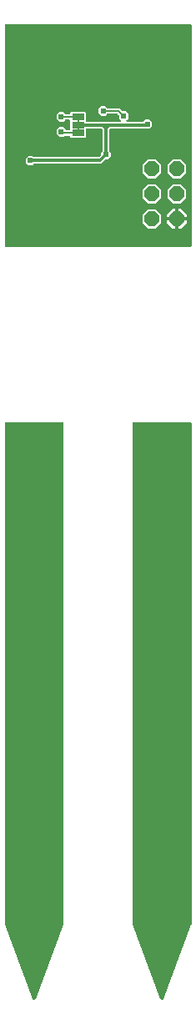
<source format=gbr>
G04 EAGLE Gerber RS-274X export*
G75*
%MOMM*%
%FSLAX34Y34*%
%LPD*%
%AMOC8*
5,1,8,0,0,1.08239X$1,22.5*%
G01*
%ADD10P,1.677704X8X292.500000*%
%ADD11R,1.270000X0.635000*%
%ADD12C,0.203200*%
%ADD13C,1.219200*%
%ADD14C,2.000000*%
%ADD15C,0.609600*%
%ADD16C,0.304800*%

G36*
X194006Y769127D02*
X194006Y769127D01*
X194108Y769135D01*
X194136Y769147D01*
X194167Y769152D01*
X194259Y769196D01*
X194355Y769234D01*
X194378Y769254D01*
X194406Y769267D01*
X194481Y769337D01*
X194561Y769402D01*
X194578Y769428D01*
X194600Y769449D01*
X194651Y769538D01*
X194708Y769623D01*
X194714Y769647D01*
X194732Y769679D01*
X194790Y769939D01*
X194787Y769977D01*
X194792Y770000D01*
X194792Y993904D01*
X194777Y994006D01*
X194769Y994108D01*
X194757Y994136D01*
X194752Y994167D01*
X194708Y994259D01*
X194670Y994355D01*
X194650Y994378D01*
X194637Y994406D01*
X194567Y994481D01*
X194502Y994561D01*
X194476Y994578D01*
X194455Y994600D01*
X194366Y994651D01*
X194281Y994708D01*
X194257Y994714D01*
X194225Y994732D01*
X193965Y994790D01*
X193927Y994787D01*
X193904Y994792D01*
X6096Y994792D01*
X5994Y994777D01*
X5892Y994769D01*
X5864Y994757D01*
X5833Y994752D01*
X5741Y994708D01*
X5645Y994670D01*
X5622Y994650D01*
X5594Y994637D01*
X5519Y994567D01*
X5439Y994502D01*
X5422Y994476D01*
X5400Y994455D01*
X5349Y994366D01*
X5292Y994281D01*
X5286Y994257D01*
X5268Y994225D01*
X5210Y993965D01*
X5213Y993927D01*
X5208Y993904D01*
X5208Y770000D01*
X5223Y769898D01*
X5231Y769796D01*
X5243Y769768D01*
X5248Y769737D01*
X5292Y769645D01*
X5330Y769549D01*
X5350Y769526D01*
X5363Y769498D01*
X5433Y769423D01*
X5498Y769343D01*
X5524Y769326D01*
X5545Y769304D01*
X5634Y769253D01*
X5719Y769196D01*
X5743Y769190D01*
X5775Y769172D01*
X6035Y769114D01*
X6073Y769117D01*
X6096Y769112D01*
X193904Y769112D01*
X194006Y769127D01*
G37*
G36*
X35852Y5219D02*
X35852Y5219D01*
X35929Y5221D01*
X35982Y5239D01*
X36038Y5248D01*
X36108Y5281D01*
X36181Y5305D01*
X36227Y5339D01*
X36278Y5363D01*
X36334Y5416D01*
X36396Y5461D01*
X36419Y5495D01*
X36472Y5545D01*
X36604Y5775D01*
X36605Y5781D01*
X36607Y5784D01*
X64736Y80794D01*
X64791Y81054D01*
X64788Y81085D01*
X64792Y81105D01*
X64792Y590000D01*
X64777Y590102D01*
X64769Y590204D01*
X64757Y590232D01*
X64752Y590263D01*
X64708Y590355D01*
X64670Y590451D01*
X64650Y590474D01*
X64637Y590502D01*
X64567Y590577D01*
X64502Y590657D01*
X64476Y590674D01*
X64455Y590696D01*
X64366Y590747D01*
X64281Y590804D01*
X64257Y590810D01*
X64225Y590828D01*
X63965Y590886D01*
X63927Y590883D01*
X63904Y590888D01*
X6096Y590888D01*
X5994Y590873D01*
X5892Y590865D01*
X5864Y590853D01*
X5833Y590848D01*
X5741Y590804D01*
X5645Y590766D01*
X5622Y590746D01*
X5594Y590733D01*
X5519Y590663D01*
X5439Y590598D01*
X5422Y590572D01*
X5400Y590551D01*
X5349Y590462D01*
X5292Y590377D01*
X5286Y590353D01*
X5268Y590321D01*
X5210Y590061D01*
X5213Y590023D01*
X5208Y590000D01*
X5208Y81105D01*
X5248Y80843D01*
X5261Y80814D01*
X5264Y80794D01*
X33393Y5784D01*
X33430Y5717D01*
X33459Y5645D01*
X33495Y5601D01*
X33522Y5552D01*
X33578Y5499D01*
X33627Y5439D01*
X33674Y5408D01*
X33715Y5369D01*
X33784Y5334D01*
X33848Y5292D01*
X33888Y5283D01*
X33953Y5250D01*
X34215Y5208D01*
X34221Y5209D01*
X34225Y5208D01*
X35775Y5208D01*
X35852Y5219D01*
G37*
G36*
X165852Y5219D02*
X165852Y5219D01*
X165929Y5221D01*
X165982Y5239D01*
X166038Y5248D01*
X166108Y5281D01*
X166181Y5305D01*
X166227Y5339D01*
X166278Y5363D01*
X166334Y5416D01*
X166396Y5461D01*
X166419Y5495D01*
X166472Y5545D01*
X166604Y5775D01*
X166605Y5781D01*
X166607Y5784D01*
X194736Y80794D01*
X194791Y81054D01*
X194788Y81085D01*
X194792Y81105D01*
X194792Y590000D01*
X194777Y590102D01*
X194769Y590204D01*
X194757Y590232D01*
X194752Y590263D01*
X194708Y590355D01*
X194670Y590451D01*
X194650Y590474D01*
X194637Y590502D01*
X194567Y590577D01*
X194502Y590657D01*
X194476Y590674D01*
X194455Y590696D01*
X194366Y590747D01*
X194281Y590804D01*
X194257Y590810D01*
X194225Y590828D01*
X193965Y590886D01*
X193927Y590883D01*
X193904Y590888D01*
X136096Y590888D01*
X135994Y590873D01*
X135892Y590865D01*
X135864Y590853D01*
X135833Y590848D01*
X135741Y590804D01*
X135645Y590766D01*
X135622Y590746D01*
X135594Y590733D01*
X135519Y590663D01*
X135439Y590598D01*
X135422Y590572D01*
X135400Y590551D01*
X135349Y590462D01*
X135292Y590377D01*
X135286Y590353D01*
X135268Y590321D01*
X135210Y590061D01*
X135213Y590023D01*
X135208Y590000D01*
X135208Y81105D01*
X135248Y80843D01*
X135261Y80814D01*
X135264Y80794D01*
X163393Y5784D01*
X163430Y5717D01*
X163459Y5645D01*
X163495Y5601D01*
X163522Y5552D01*
X163578Y5499D01*
X163627Y5439D01*
X163674Y5408D01*
X163715Y5369D01*
X163784Y5334D01*
X163848Y5292D01*
X163888Y5283D01*
X163953Y5250D01*
X164215Y5208D01*
X164221Y5209D01*
X164225Y5208D01*
X165775Y5208D01*
X165852Y5219D01*
G37*
%LPC*%
G36*
X29243Y851661D02*
X29243Y851661D01*
X26415Y854489D01*
X26415Y858487D01*
X29243Y861315D01*
X33241Y861315D01*
X34505Y860051D01*
X34522Y860038D01*
X34535Y860022D01*
X34629Y859960D01*
X34719Y859893D01*
X34739Y859886D01*
X34756Y859875D01*
X34801Y859865D01*
X34970Y859806D01*
X35083Y859802D01*
X35133Y859791D01*
X100372Y859791D01*
X100393Y859794D01*
X100414Y859792D01*
X100524Y859814D01*
X100635Y859831D01*
X100654Y859840D01*
X100674Y859844D01*
X100713Y859868D01*
X100874Y859946D01*
X100957Y860023D01*
X101000Y860051D01*
X102863Y861914D01*
X102876Y861931D01*
X102892Y861944D01*
X102954Y862038D01*
X103021Y862128D01*
X103028Y862148D01*
X103039Y862165D01*
X103049Y862210D01*
X103108Y862379D01*
X103112Y862492D01*
X103123Y862542D01*
X103123Y864329D01*
X104387Y865593D01*
X104400Y865610D01*
X104416Y865623D01*
X104478Y865717D01*
X104545Y865807D01*
X104552Y865827D01*
X104563Y865844D01*
X104573Y865889D01*
X104632Y866058D01*
X104636Y866171D01*
X104647Y866221D01*
X104647Y887538D01*
X104644Y887559D01*
X104646Y887580D01*
X104624Y887690D01*
X104607Y887801D01*
X104598Y887820D01*
X104594Y887840D01*
X104570Y887879D01*
X104492Y888040D01*
X104415Y888123D01*
X104387Y888166D01*
X103540Y889013D01*
X103523Y889026D01*
X103510Y889042D01*
X103416Y889104D01*
X103326Y889171D01*
X103306Y889178D01*
X103289Y889189D01*
X103244Y889199D01*
X103075Y889258D01*
X102962Y889262D01*
X102912Y889273D01*
X88737Y889273D01*
X88635Y889258D01*
X88533Y889250D01*
X88505Y889238D01*
X88474Y889233D01*
X88382Y889189D01*
X88286Y889151D01*
X88263Y889131D01*
X88235Y889118D01*
X88160Y889048D01*
X88080Y888983D01*
X88063Y888957D01*
X88041Y888936D01*
X87990Y888847D01*
X87933Y888762D01*
X87927Y888738D01*
X87909Y888706D01*
X87851Y888446D01*
X87854Y888408D01*
X87849Y888385D01*
X87849Y880536D01*
X86807Y879494D01*
X72633Y879494D01*
X71591Y880536D01*
X71591Y880765D01*
X71576Y880867D01*
X71568Y880969D01*
X71556Y880997D01*
X71551Y881028D01*
X71507Y881120D01*
X71469Y881216D01*
X71449Y881239D01*
X71436Y881267D01*
X71366Y881342D01*
X71301Y881422D01*
X71275Y881439D01*
X71254Y881461D01*
X71165Y881512D01*
X71080Y881569D01*
X71056Y881575D01*
X71024Y881593D01*
X70764Y881651D01*
X70726Y881648D01*
X70703Y881653D01*
X65887Y881653D01*
X65867Y881650D01*
X65846Y881652D01*
X65735Y881630D01*
X65624Y881613D01*
X65606Y881604D01*
X65585Y881600D01*
X65546Y881576D01*
X65385Y881498D01*
X65303Y881421D01*
X65259Y881393D01*
X64483Y880617D01*
X60485Y880617D01*
X57657Y883445D01*
X57657Y887443D01*
X60485Y890271D01*
X64483Y890271D01*
X67251Y887503D01*
X67265Y887493D01*
X67275Y887480D01*
X67278Y887479D01*
X67281Y887474D01*
X67375Y887412D01*
X67465Y887345D01*
X67485Y887338D01*
X67502Y887327D01*
X67547Y887317D01*
X67716Y887258D01*
X67829Y887254D01*
X67879Y887243D01*
X70703Y887243D01*
X70805Y887258D01*
X70907Y887266D01*
X70935Y887278D01*
X70966Y887283D01*
X71058Y887327D01*
X71154Y887365D01*
X71177Y887385D01*
X71205Y887398D01*
X71280Y887468D01*
X71360Y887533D01*
X71377Y887559D01*
X71399Y887580D01*
X71450Y887669D01*
X71507Y887754D01*
X71513Y887778D01*
X71531Y887810D01*
X71589Y888070D01*
X71589Y888074D01*
X71589Y888076D01*
X71586Y888109D01*
X71591Y888131D01*
X71591Y897021D01*
X71576Y897123D01*
X71568Y897225D01*
X71556Y897253D01*
X71551Y897284D01*
X71507Y897376D01*
X71469Y897472D01*
X71449Y897495D01*
X71436Y897523D01*
X71366Y897598D01*
X71301Y897678D01*
X71275Y897695D01*
X71254Y897717D01*
X71165Y897768D01*
X71080Y897825D01*
X71056Y897831D01*
X71024Y897849D01*
X70764Y897907D01*
X70726Y897904D01*
X70703Y897909D01*
X66903Y897909D01*
X66883Y897906D01*
X66862Y897908D01*
X66751Y897886D01*
X66640Y897869D01*
X66622Y897860D01*
X66601Y897856D01*
X66562Y897832D01*
X66401Y897754D01*
X66319Y897677D01*
X66275Y897649D01*
X64483Y895857D01*
X60485Y895857D01*
X57657Y898685D01*
X57657Y902683D01*
X60485Y905511D01*
X64483Y905511D01*
X66235Y903759D01*
X66252Y903746D01*
X66265Y903730D01*
X66359Y903668D01*
X66449Y903601D01*
X66469Y903594D01*
X66486Y903583D01*
X66531Y903573D01*
X66700Y903514D01*
X66813Y903510D01*
X66863Y903499D01*
X70703Y903499D01*
X70805Y903514D01*
X70907Y903522D01*
X70935Y903534D01*
X70966Y903539D01*
X71058Y903583D01*
X71154Y903621D01*
X71177Y903641D01*
X71205Y903654D01*
X71280Y903724D01*
X71360Y903789D01*
X71377Y903815D01*
X71399Y903836D01*
X71450Y903925D01*
X71507Y904010D01*
X71513Y904034D01*
X71531Y904066D01*
X71589Y904326D01*
X71586Y904364D01*
X71591Y904387D01*
X71591Y904616D01*
X72633Y905658D01*
X86807Y905658D01*
X87849Y904616D01*
X87849Y896767D01*
X87864Y896665D01*
X87872Y896563D01*
X87884Y896535D01*
X87889Y896504D01*
X87933Y896412D01*
X87971Y896316D01*
X87991Y896293D01*
X88004Y896265D01*
X88074Y896190D01*
X88139Y896110D01*
X88165Y896093D01*
X88186Y896071D01*
X88275Y896020D01*
X88360Y895963D01*
X88384Y895957D01*
X88416Y895939D01*
X88676Y895881D01*
X88714Y895884D01*
X88737Y895879D01*
X122655Y895879D01*
X122706Y895886D01*
X122757Y895885D01*
X122837Y895906D01*
X122918Y895919D01*
X122964Y895941D01*
X123014Y895955D01*
X123083Y895999D01*
X123157Y896034D01*
X123195Y896069D01*
X123238Y896097D01*
X123291Y896160D01*
X123351Y896216D01*
X123377Y896260D01*
X123410Y896300D01*
X123443Y896375D01*
X123483Y896446D01*
X123494Y896497D01*
X123515Y896544D01*
X123523Y896626D01*
X123541Y896706D01*
X123537Y896757D01*
X123542Y896809D01*
X123526Y896889D01*
X123519Y896971D01*
X123500Y897019D01*
X123490Y897069D01*
X123462Y897113D01*
X123420Y897218D01*
X123307Y897357D01*
X123283Y897395D01*
X121189Y899489D01*
X121189Y901994D01*
X121186Y902015D01*
X121188Y902036D01*
X121166Y902146D01*
X121149Y902257D01*
X121140Y902276D01*
X121136Y902297D01*
X121112Y902335D01*
X121034Y902497D01*
X120957Y902579D01*
X120929Y902623D01*
X119827Y903725D01*
X119810Y903738D01*
X119796Y903754D01*
X119703Y903816D01*
X119613Y903883D01*
X119593Y903890D01*
X119575Y903901D01*
X119531Y903911D01*
X119362Y903970D01*
X119249Y903974D01*
X119198Y903985D01*
X109555Y903985D01*
X109535Y903982D01*
X109514Y903984D01*
X109403Y903962D01*
X109292Y903945D01*
X109274Y903936D01*
X109253Y903932D01*
X109214Y903908D01*
X109053Y903830D01*
X108971Y903753D01*
X108927Y903725D01*
X107155Y901953D01*
X103157Y901953D01*
X100329Y904781D01*
X100329Y908779D01*
X103157Y911607D01*
X107155Y911607D01*
X108927Y909835D01*
X108944Y909822D01*
X108957Y909806D01*
X109051Y909744D01*
X109141Y909677D01*
X109161Y909670D01*
X109178Y909659D01*
X109223Y909649D01*
X109392Y909590D01*
X109505Y909586D01*
X109555Y909575D01*
X121882Y909575D01*
X124881Y906575D01*
X124898Y906562D01*
X124912Y906546D01*
X125005Y906484D01*
X125095Y906417D01*
X125115Y906410D01*
X125133Y906399D01*
X125177Y906389D01*
X125346Y906330D01*
X125459Y906326D01*
X125510Y906315D01*
X128015Y906315D01*
X130843Y903487D01*
X130843Y899489D01*
X128749Y897395D01*
X128718Y897354D01*
X128681Y897318D01*
X128640Y897247D01*
X128591Y897181D01*
X128574Y897132D01*
X128549Y897088D01*
X128531Y897008D01*
X128504Y896930D01*
X128502Y896878D01*
X128491Y896828D01*
X128498Y896746D01*
X128495Y896664D01*
X128508Y896615D01*
X128513Y896563D01*
X128543Y896487D01*
X128565Y896408D01*
X128592Y896364D01*
X128612Y896316D01*
X128663Y896253D01*
X128707Y896184D01*
X128747Y896150D01*
X128779Y896110D01*
X128848Y896065D01*
X128910Y896012D01*
X128957Y895991D01*
X129000Y895963D01*
X129051Y895951D01*
X129154Y895907D01*
X129333Y895889D01*
X129377Y895879D01*
X145211Y895879D01*
X145231Y895882D01*
X145252Y895880D01*
X145363Y895902D01*
X145474Y895919D01*
X145492Y895928D01*
X145513Y895932D01*
X145552Y895956D01*
X145713Y896034D01*
X145795Y896111D01*
X145839Y896139D01*
X148001Y898301D01*
X151999Y898301D01*
X154827Y895473D01*
X154827Y891475D01*
X151999Y888647D01*
X148001Y888647D01*
X147635Y889013D01*
X147618Y889026D01*
X147605Y889042D01*
X147511Y889104D01*
X147421Y889171D01*
X147401Y889178D01*
X147384Y889189D01*
X147339Y889199D01*
X147170Y889258D01*
X147057Y889262D01*
X147007Y889273D01*
X112988Y889273D01*
X112967Y889270D01*
X112946Y889272D01*
X112836Y889250D01*
X112725Y889233D01*
X112706Y889224D01*
X112686Y889220D01*
X112647Y889196D01*
X112486Y889118D01*
X112403Y889041D01*
X112360Y889013D01*
X111513Y888166D01*
X111500Y888149D01*
X111484Y888136D01*
X111422Y888042D01*
X111355Y887952D01*
X111348Y887932D01*
X111337Y887915D01*
X111327Y887870D01*
X111268Y887701D01*
X111264Y887588D01*
X111253Y887538D01*
X111253Y866221D01*
X111256Y866201D01*
X111254Y866180D01*
X111276Y866069D01*
X111293Y865958D01*
X111302Y865940D01*
X111306Y865919D01*
X111330Y865880D01*
X111408Y865719D01*
X111485Y865637D01*
X111513Y865593D01*
X112777Y864329D01*
X112777Y860331D01*
X109949Y857503D01*
X108162Y857503D01*
X108141Y857500D01*
X108120Y857502D01*
X108010Y857480D01*
X107899Y857463D01*
X107880Y857454D01*
X107860Y857450D01*
X107821Y857426D01*
X107660Y857348D01*
X107577Y857271D01*
X107534Y857243D01*
X103476Y853185D01*
X35133Y853185D01*
X35113Y853182D01*
X35092Y853184D01*
X34981Y853162D01*
X34870Y853145D01*
X34852Y853136D01*
X34831Y853132D01*
X34792Y853108D01*
X34631Y853030D01*
X34549Y852953D01*
X34505Y852925D01*
X33241Y851661D01*
X29243Y851661D01*
G37*
%LPD*%
%LPC*%
G36*
X176029Y838539D02*
X176029Y838539D01*
X170447Y844121D01*
X170447Y852015D01*
X176029Y857597D01*
X183923Y857597D01*
X189505Y852015D01*
X189505Y844121D01*
X183923Y838539D01*
X176029Y838539D01*
G37*
%LPD*%
%LPC*%
G36*
X150629Y838539D02*
X150629Y838539D01*
X145047Y844121D01*
X145047Y852015D01*
X150629Y857597D01*
X158523Y857597D01*
X164105Y852015D01*
X164105Y844121D01*
X158523Y838539D01*
X150629Y838539D01*
G37*
%LPD*%
%LPC*%
G36*
X176029Y813139D02*
X176029Y813139D01*
X170447Y818721D01*
X170447Y826615D01*
X176029Y832197D01*
X183923Y832197D01*
X189505Y826615D01*
X189505Y818721D01*
X183923Y813139D01*
X176029Y813139D01*
G37*
%LPD*%
%LPC*%
G36*
X150629Y813139D02*
X150629Y813139D01*
X145047Y818721D01*
X145047Y826615D01*
X150629Y832197D01*
X158523Y832197D01*
X164105Y826615D01*
X164105Y818721D01*
X158523Y813139D01*
X150629Y813139D01*
G37*
%LPD*%
%LPC*%
G36*
X150629Y787739D02*
X150629Y787739D01*
X145047Y793321D01*
X145047Y801215D01*
X150629Y806797D01*
X158523Y806797D01*
X164105Y801215D01*
X164105Y793321D01*
X158523Y787739D01*
X150629Y787739D01*
G37*
%LPD*%
%LPC*%
G36*
X181753Y799045D02*
X181753Y799045D01*
X181753Y807559D01*
X184239Y807559D01*
X190267Y801531D01*
X190267Y799045D01*
X181753Y799045D01*
G37*
%LPD*%
%LPC*%
G36*
X181753Y795491D02*
X181753Y795491D01*
X190267Y795491D01*
X190267Y793005D01*
X184239Y786977D01*
X181753Y786977D01*
X181753Y795491D01*
G37*
%LPD*%
%LPC*%
G36*
X169685Y799045D02*
X169685Y799045D01*
X169685Y801531D01*
X175713Y807559D01*
X178199Y807559D01*
X178199Y799045D01*
X169685Y799045D01*
G37*
%LPD*%
%LPC*%
G36*
X175713Y786977D02*
X175713Y786977D01*
X169685Y793005D01*
X169685Y795491D01*
X178199Y795491D01*
X178199Y786977D01*
X175713Y786977D01*
G37*
%LPD*%
%LPC*%
G36*
X179975Y797267D02*
X179975Y797267D01*
X179975Y797269D01*
X179977Y797269D01*
X179977Y797267D01*
X179975Y797267D01*
G37*
%LPD*%
D10*
X154576Y848068D03*
X179976Y848068D03*
X154576Y822668D03*
X179976Y822668D03*
X154576Y797268D03*
X179976Y797268D03*
D11*
X79720Y884448D03*
X79720Y892576D03*
X79720Y900704D03*
D12*
X79720Y892576D02*
X79720Y884194D01*
X79720Y892576D02*
X79720Y901212D01*
D13*
X165000Y50000D03*
X180000Y100000D03*
X150000Y100000D03*
X150000Y150000D03*
X150000Y200000D03*
X150000Y250000D03*
X150000Y300000D03*
X150000Y350000D03*
X150000Y400000D03*
X150000Y450000D03*
X150000Y500000D03*
X180000Y150000D03*
X180000Y200000D03*
X180000Y250000D03*
X180000Y300000D03*
X180000Y350000D03*
X180000Y400000D03*
X180000Y450000D03*
X180000Y500000D03*
D14*
X150000Y500000D01*
X150000Y450000D02*
X180000Y450000D01*
X180000Y400000D02*
X150000Y400000D01*
X150000Y350000D02*
X180000Y350000D01*
X180000Y300000D02*
X150000Y300000D01*
X150000Y250000D02*
X180000Y250000D01*
X180000Y200000D02*
X150000Y200000D01*
X150000Y150000D02*
X180000Y150000D01*
X180000Y100000D02*
X150000Y100000D01*
D15*
X137160Y792808D03*
X139192Y861388D03*
X100076Y878406D03*
X139446Y900504D03*
X91948Y910664D03*
X116332Y900250D03*
X100076Y985086D03*
X99822Y953082D03*
X165608Y582676D03*
D13*
X35000Y50000D03*
X50000Y100000D03*
X20000Y100000D03*
X20000Y150000D03*
X20000Y200000D03*
X20000Y250000D03*
X20000Y300000D03*
X20000Y350000D03*
X20000Y400000D03*
X20000Y450000D03*
X20000Y500000D03*
X50000Y150000D03*
X50000Y200000D03*
X50000Y250000D03*
X50000Y300000D03*
X50000Y350000D03*
X50000Y400000D03*
X50000Y450000D03*
X50000Y500000D03*
D14*
X50000Y250000D02*
X20000Y250000D01*
X20000Y200000D02*
X50000Y200000D01*
X50000Y300000D02*
X20000Y300000D01*
X20000Y400000D02*
X50000Y400000D01*
X50000Y450000D02*
X20000Y450000D01*
X20000Y500000D02*
X50000Y500000D01*
X50000Y350000D02*
X20000Y350000D01*
X20000Y150000D02*
X50000Y150000D01*
X50000Y100000D02*
X20000Y100000D01*
D15*
X35052Y583184D03*
X105156Y906780D03*
D12*
X120724Y906780D01*
X126016Y901488D01*
D15*
X126016Y901488D03*
X150000Y893474D03*
D16*
X105410Y892576D02*
X79720Y892576D01*
X105410Y892576D02*
X111252Y892576D01*
X149102Y892576D01*
X150000Y893474D01*
D15*
X107950Y862330D03*
D16*
X107950Y889274D01*
X111252Y892576D01*
X107950Y889274D02*
X105410Y891814D01*
X105410Y892576D01*
D15*
X31242Y856488D03*
D16*
X102108Y856488D01*
X107950Y862330D01*
D15*
X62484Y900684D03*
D12*
X62504Y900704D02*
X79720Y900704D01*
X62504Y900704D02*
X62484Y900684D01*
D15*
X62484Y885444D03*
D12*
X63480Y884448D02*
X79720Y884448D01*
X63480Y884448D02*
X62484Y885444D01*
M02*

</source>
